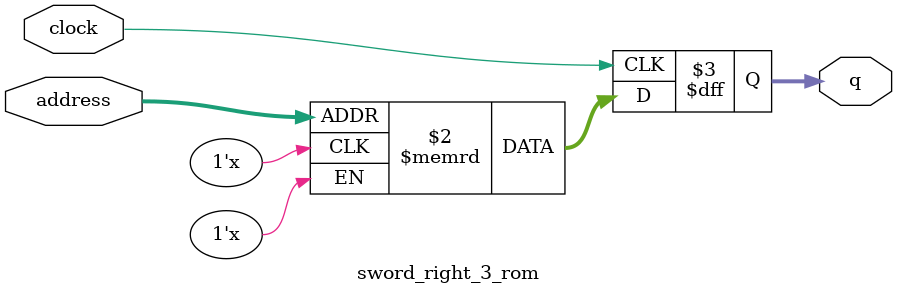
<source format=sv>
module sword_right_3_rom (
	input logic clock,
	input logic [9:0] address,
	output logic [2:0] q
);

logic [2:0] memory [0:1023] /* synthesis ram_init_file = "./sword_right_3/sword_right_3.mif" */;

always_ff @ (posedge clock) begin
	q <= memory[address];
end

endmodule

</source>
